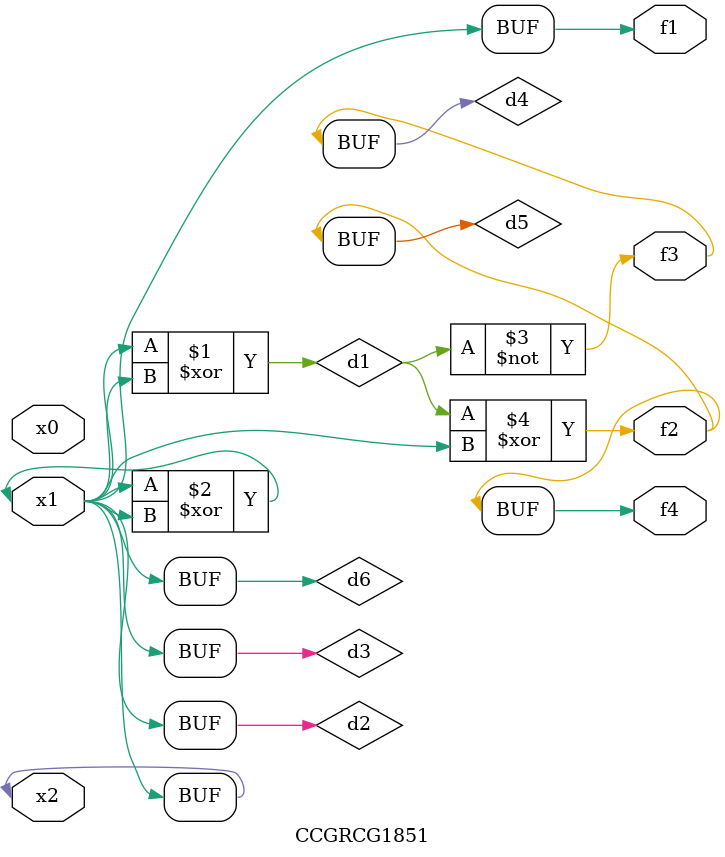
<source format=v>
module CCGRCG1851(
	input x0, x1, x2,
	output f1, f2, f3, f4
);

	wire d1, d2, d3, d4, d5, d6;

	xor (d1, x1, x2);
	buf (d2, x1, x2);
	xor (d3, x1, x2);
	nor (d4, d1);
	xor (d5, d1, d2);
	buf (d6, d2, d3);
	assign f1 = d6;
	assign f2 = d5;
	assign f3 = d4;
	assign f4 = d5;
endmodule

</source>
